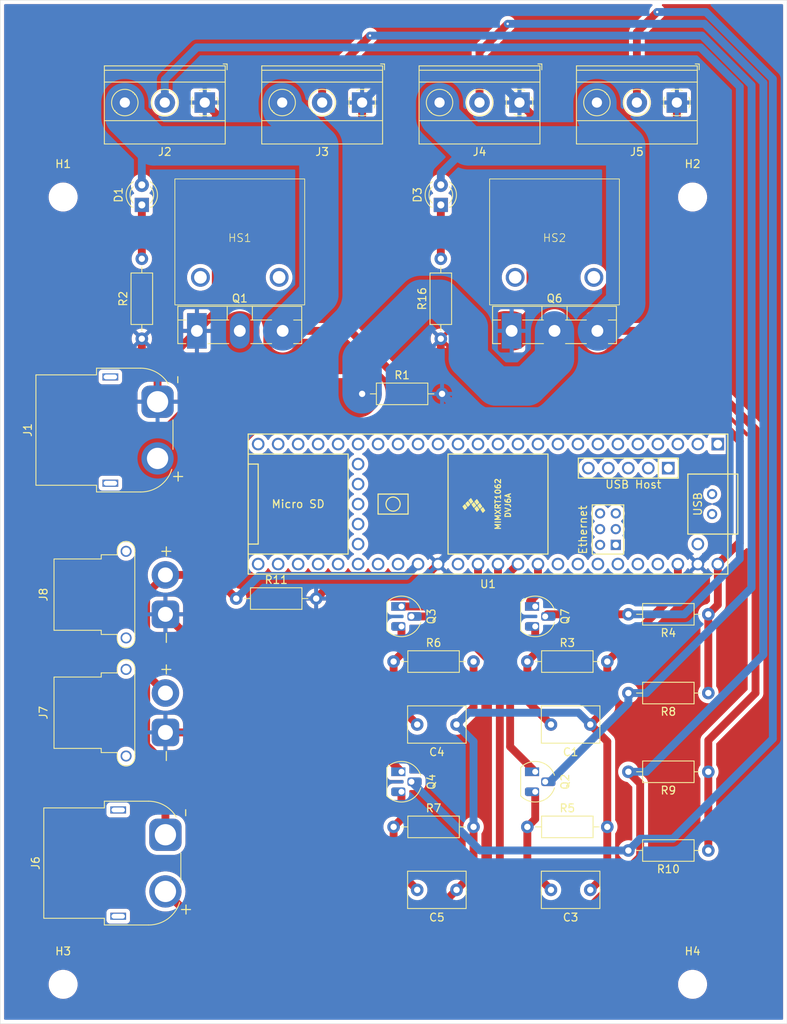
<source format=kicad_pcb>
(kicad_pcb (version 20240108) (generator "pcbnew") (generator_version "8.0")
  (layers (0 "F.Cu" signal) (31 "B.Cu" signal) (34 "B.Paste" user) (35 "F.Paste" user) (36 "B.SilkS" user "B.Silkscreen") (37 "F.SilkS" user "F.Silkscreen") (38 "B.Mask" user) (39 "F.Mask" user) (44 "Edge.Cuts" user))
  (net 0 "")
  (net 1 "Net-(J6-Pin_2)")
  (net 2 "Net-(Q4-B)")
  (net 3 "Net-(J2-Pin_2)")
  (net 4 "Net-(Q2-B)")
  (net 5 "Net-(D1-K)")
  (net 6 "Net-(D1-A)")
  (net 7 "Net-(J1-Pin_2)")
  (net 8 "Net-(J3-Pin_2)")
  (net 9 "Net-(J4-Pin_2)")
  (net 10 "Net-(J5-Pin_2)")
  (net 11 "GND")
  (net 12 "Net-(Q2-E)")
  (net 13 "Net-(Q3-E)")
  (net 14 "Net-(Q4-E)")
  (net 73 "Net-(Q7-B)")
  (net 74 "Net-(Q3-B)")
  (net 75 "Net-(Q7-E)")
  (net 76 "Net-(D3-A)")
  (net 77 "Net-(D3-K)")
  (net 78 "Net-(J6-Pin_1)")
  (footprint "Connector_AMASS:AMASS_XT60PW-F_1x02_P7.20mm_Horizontal" (layer "F.Cu") (at 109 73 90)
    (property "Reference" "J1" (at -3.6 -16.5 90) (layer "F.SilkS"))
    (property "Value" "Conn_Main_DCDC")
    (fp_text user "+" (at -9.5 2.5 90) (layer "F.SilkS") (effects (font (size 1.5 1.5))))
    (fp_text user "-" (at 2.8 2.5 90) (layer "F.SilkS"))
    (pad "" thru_hole rect (at -10.35 -6 90) (size 0.9 2) (drill oval 0.6 1.7) (layers "*.Cu" "*.Mask"))
    (pad "" thru_hole rect (at 3.15 -6 90) (size 0.9 2) (drill oval 0.6 1.7) (layers "*.Cu" "*.Mask"))
    (pad "1" thru_hole roundrect (at 0 0 90) (size 4.1 4.1) (drill 2.7) (layers "*.Cu" "*.Mask") (net 11 "GND"))
    (pad "2" thru_hole circle (at -7.2 0 90) (size 4.1 4.1) (drill 2.7) (layers "*.Cu" "*.Mask") (net 7 "Net-(J1-Pin_2)"))
  )
  (footprint "LED_THT:LED_D3.0mm" (layer "F.Cu") (at 145 48 90)
    (property "Reference" "D3" (at 1.27 -2.96 90) (layer "F.SilkS"))
    (property "Value" "LED")
    (pad "1" thru_hole rect (at 0 0 90) (size 1.8 1.8) (drill 0.9) (layers "*.Cu" "*.Mask") (net 77 "Net-(D3-K)"))
    (pad "2" thru_hole circle (at 2.54 0 90) (size 1.8 1.8) (drill 0.9) (layers "*.Cu" "*.Mask") (net 76 "Net-(D3-A)"))
  )
  (footprint "Connector_AMASS:AMASS_XT30PW-F_1x02_P2.50mm_Horizontal" (layer "F.Cu") (at 110 100 90)
    (property "Reference" "J8" (at 2.5 -15.5 90) (layer "F.SilkS"))
    (property "Value" "EStop_signal1")
    (fp_text user "+" (at 8 0 90) (layer "F.SilkS") (effects (font (size 1.5 1.5))))
    (fp_text user "-" (at -3 0 90) (layer "F.SilkS") (effects (font (size 1.5 1.5))))
    (pad "" thru_hole circle (at -3 -5 180) (size 1.4 1.4) (drill 1) (layers "*.Cu" "*.Mask"))
    (pad "" thru_hole circle (at 8 -5 90) (size 1.4 1.4) (drill 1) (layers "*.Cu" "*.Mask"))
    (pad "1" thru_hole roundrect (at 0 0 90) (size 3.5 3.5) (drill 1.9) (layers "*.Cu" "*.Mask") (roundrect_rratio 0.22) (net 11 "GND"))
    (pad "2" thru_hole circle (at 5 0 90) (size 3.5 3.5) (drill 1.9) (layers "*.Cu" "*.Mask") (net 78 "Net-(J6-Pin_1)"))
  )
  (footprint "Capacitor_THT:C_Rect_L7.2mm_W4.5mm_P5.00mm_FKS2_FKP2_MKS2_MKP2" (layer "F.Cu") (at 147 135 180)
    (property "Reference" "C5" (at 2.5 -3.5 0) (layer "F.SilkS"))
    (property "Value" "0.1u")
    (pad "1" thru_hole circle (at 0 0 180) (size 1.6 1.6) (drill 0.8) (layers "*.Cu" "*.Mask") (net 1 "Net-(J6-Pin_2)"))
    (pad "2" thru_hole circle (at 5 0 180) (size 1.6 1.6) (drill 0.8) (layers "*.Cu" "*.Mask") (net 2 "Net-(Q4-B)"))
  )
  (footprint "Resistor_THT:R_Axial_DIN0207_L6.3mm_D2.5mm_P10.16mm_Horizontal" (layer "F.Cu") (at 156 106)
    (property "Reference" "R3" (at 5.08 -2.37 0) (layer "F.SilkS"))
    (property "Value" "4.7K")
    (pad "1" thru_hole circle (at 0 0) (size 1.6 1.6) (drill 0.8) (layers "*.Cu" "*.Mask") (net 73 "Net-(Q7-B)"))
    (pad "2" thru_hole oval (at 10.16 0) (size 1.6 1.6) (drill 0.8) (layers "*.Cu" "*.Mask") (net 1 "Net-(J6-Pin_2)"))
  )
  (footprint "Resistor_THT:R_Axial_DIN0207_L6.3mm_D2.5mm_P10.16mm_Horizontal" (layer "F.Cu") (at 107 65 90)
    (property "Reference" "R2" (at 5.08 -2.37 90) (layer "F.SilkS"))
    (property "Value" "390")
    (pad "1" thru_hole circle (at 0 0 90) (size 1.6 1.6) (drill 0.8) (layers "*.Cu" "*.Mask") (net 11 "GND"))
    (pad "2" thru_hole oval (at 10.16 0 90) (size 1.6 1.6) (drill 0.8) (layers "*.Cu" "*.Mask") (net 5 "Net-(D1-K)"))
  )
  (footprint "Resistor_THT:R_Axial_DIN0207_L6.3mm_D2.5mm_P10.16mm_Horizontal" (layer "F.Cu") (at 135 72)
    (property "Reference" "R1" (at 5.08 -2.37 0) (layer "F.SilkS"))
    (property "Value" "1K")
    (pad "1" thru_hole circle (at 0 0) (size 1.6 1.6) (drill 0.8) (layers "*.Cu" "*.Mask") (net 7 "Net-(J1-Pin_2)"))
    (pad "2" thru_hole oval (at 10.16 0) (size 1.6 1.6) (drill 0.8) (layers "*.Cu" "*.Mask") (net 11 "GND"))
  )
  (footprint "Resistor_THT:R_Axial_DIN0207_L6.3mm_D2.5mm_P10.16mm_Horizontal" (layer "F.Cu") (at 156 127)
    (property "Reference" "R5" (at 5.08 -2.37 0) (layer "F.SilkS"))
    (property "Value" "4.7K")
    (pad "1" thru_hole circle (at 0 0) (size 1.6 1.6) (drill 0.8) (layers "*.Cu" "*.Mask") (net 4 "Net-(Q2-B)"))
    (pad "2" thru_hole oval (at 10.16 0) (size 1.6 1.6) (drill 0.8) (layers "*.Cu" "*.Mask") (net 1 "Net-(J6-Pin_2)"))
  )
  (footprint "TerminalBlock_Phoenix:TerminalBlock_Phoenix_MKDS-1,5-3-5.08_1x03_P5.08mm_Horizontal" (layer "F.Cu") (at 135 35 180)
    (property "Reference" "J3" (at 5.08 -6.26 0) (layer "F.SilkS"))
    (property "Value" "Conn_neopixel_02")
    (pad "1" thru_hole rect (at 0 0 180) (size 2.6 2.6) (drill 1.3) (layers "*.Cu" "*.Mask") (net 11 "GND"))
    (pad "2" thru_hole circle (at 5.08 0 180) (size 2.6 2.6) (drill 1.3) (layers "*.Cu" "*.Mask") (net 8 "Net-(J3-Pin_2)"))
    (pad "3" thru_hole circle (at 10.16 0 180) (size 2.6 2.6) (drill 1.3) (layers "*.Cu" "*.Mask") (net 6 "Net-(D1-A)"))
  )
  (footprint "Resistor_THT:R_Axial_DIN0207_L6.3mm_D2.5mm_P10.16mm_Horizontal" (layer "F.Cu") (at 139 106)
    (property "Reference" "R6" (at 5.08 -2.37 0) (layer "F.SilkS"))
    (property "Value" "4.7K")
    (pad "1" thru_hole circle (at 0 0) (size 1.6 1.6) (drill 0.8) (layers "*.Cu" "*.Mask") (net 74 "Net-(Q3-B)"))
    (pad "2" thru_hole oval (at 10.16 0) (size 1.6 1.6) (drill 0.8) (layers "*.Cu" "*.Mask") (net 1 "Net-(J6-Pin_2)"))
  )
  (footprint "16PB017-01025:16PB017-01025" (layer "F.Cu") (at 119.45 52.7)
    (property "Reference" "HS1" (at 0 -0.5 0) (layer "F.SilkS") (effects (font (thickness 0.1))))
    (property "Value" "Heatsink")
    (pad "" thru_hole circle (at -5 4.5) (size 2.4 2.4) (drill 1.6) (layers "*.Cu" "*.Mask"))
    (pad "" thru_hole circle (at 5 4.5) (size 2.4 2.4) (drill 1.6) (layers "*.Cu" "*.Mask"))
  )
  (footprint "Package_TO_SOT_THT:TO-92L_HandSolder" (layer "F.Cu") (at 140 99 -90)
    (property "Reference" "Q3" (at 1.27 -3.8 90) (layer "F.SilkS"))
    (property "Value" "NPN")
    (pad "1" thru_hole rect (at 0 0 270) (size 1.1 1.8) (drill 0.75 (offset 0 0.4)) (layers "*.Cu" "*.Mask") (net 13 "Net-(Q3-E)"))
    (pad "2" thru_hole roundrect (at 1.27 -1.27 270) (size 1.1 1.8) (drill 0.75 (offset 0 -0.4)) (layers "*.Cu" "*.Mask") (net 9 "Net-(J4-Pin_2)"))
    (pad "3" thru_hole roundrect (at 2.54 0 270) (size 1.1 1.8) (drill 0.75 (offset 0 0.4)) (layers "*.Cu" "*.Mask") (net 74 "Net-(Q3-B)"))
  )
  (footprint "LED_THT:LED_D3.0mm" (layer "F.Cu") (at 107 48 90)
    (property "Reference" "D1" (at 1.27 -2.96 90) (layer "F.SilkS"))
    (property "Value" "LED")
    (pad "1" thru_hole rect (at 0 0 90) (size 1.8 1.8) (drill 0.9) (layers "*.Cu" "*.Mask") (net 5 "Net-(D1-K)"))
    (pad "2" thru_hole circle (at 2.54 0 90) (size 1.8 1.8) (drill 0.9) (layers "*.Cu" "*.Mask") (net 6 "Net-(D1-A)"))
  )
  (footprint "MountingHole:MountingHole_3.2mm_M3" (layer "F.Cu") (at 177 147)
    (property "Reference" "H4" (at 0 -4.2 0) (layer "F.SilkS"))
    (property "Value" "MountingHole")
    (pad "" np_thru_hole circle (at 0 0) (size 3.2 3.2) (drill 3.2) (layers "*.Cu" "*.Mask"))
  )
  (footprint "Resistor_THT:R_Axial_DIN0207_L6.3mm_D2.5mm_P10.16mm_Horizontal" (layer "F.Cu") (at 145 65 90)
    (property "Reference" "R16" (at 5.08 -2.37 90) (layer "F.SilkS"))
    (property "Value" "390")
    (pad "1" thru_hole circle (at 0 0 90) (size 1.6 1.6) (drill 0.8) (layers "*.Cu" "*.Mask") (net 11 "GND"))
    (pad "2" thru_hole oval (at 10.16 0 90) (size 1.6 1.6) (drill 0.8) (layers "*.Cu" "*.Mask") (net 77 "Net-(D3-K)"))
  )
  (footprint "Package_TO_SOT_THT:TO-92L_HandSolder" (layer "F.Cu") (at 157 99 -90)
    (property "Reference" "Q7" (at 1.27 -3.8 90) (layer "F.SilkS"))
    (property "Value" "NPN")
    (pad "1" thru_hole rect (at 0 0 270) (size 1.1 1.8) (drill 0.75 (offset 0 0.4)) (layers "*.Cu" "*.Mask") (net 75 "Net-(Q7-E)"))
    (pad "2" thru_hole roundrect (at 1.27 -1.27 270) (size 1.1 1.8) (drill 0.75 (offset 0 -0.4)) (layers "*.Cu" "*.Mask") (net 3 "Net-(J2-Pin_2)"))
    (pad "3" thru_hole roundrect (at 2.54 0 270) (size 1.1 1.8) (drill 0.75 (offset 0 0.4)) (layers "*.Cu" "*.Mask") (net 73 "Net-(Q7-B)"))
  )
  (footprint "TerminalBlock_Phoenix:TerminalBlock_Phoenix_MKDS-1,5-3-5.08_1x03_P5.08mm_Horizontal" (layer "F.Cu") (at 175 35 180)
    (property "Reference" "J5" (at 5.08 -6.26 0) (layer "F.SilkS"))
    (property "Value" "Conn_neopixel_04")
    (pad "1" thru_hole rect (at 0 0 180) (size 2.6 2.6) (drill 1.3) (layers "*.Cu" "*.Mask") (net 11 "GND"))
    (pad "2" thru_hole circle (at 5.08 0 180) (size 2.6 2.6) (drill 1.3) (layers "*.Cu" "*.Mask") (net 10 "Net-(J5-Pin_2)"))
    (pad "3" thru_hole circle (at 10.16 0 180) (size 2.6 2.6) (drill 1.3) (layers "*.Cu" "*.Mask") (net 76 "Net-(D3-A)"))
  )
  (footprint "Resistor_THT:R_Axial_DIN0207_L6.3mm_D2.5mm_P10.16mm_Horizontal" (layer "F.Cu") (at 119 98)
    (property "Reference" "R11" (at 5.08 -2.37 0) (layer "F.SilkS"))
    (property "Value" "4.7K")
    (pad "1" thru_hole circle (at 0 0) (size 1.6 1.6) (drill 0.8) (layers "*.Cu" "*.Mask") (net 78 "Net-(J6-Pin_1)"))
    (pad "2" thru_hole oval (at 10.16 0) (size 1.6 1.6) (drill 0.8) (layers "*.Cu" "*.Mask") (net 11 "GND"))
  )
  (footprint "16PB017-01025:16PB017-01025" (layer "F.Cu") (at 159.45 52.7)
    (property "Reference" "HS2" (at 0 -0.5 0) (layer "F.SilkS") (effects (font (thickness 0.1))))
    (property "Value" "Heatsink")
    (pad "" thru_hole circle (at -5 4.5) (size 2.4 2.4) (drill 1.6) (layers "*.Cu" "*.Mask"))
    (pad "" thru_hole circle (at 5 4.5) (size 2.4 2.4) (drill 1.6) (layers "*.Cu" "*.Mask"))
  )
  (footprint "Connector_AMASS:AMASS_XT30PW-F_1x02_P2.50mm_Horizontal" (layer "F.Cu") (at 110 115 90)
    (property "Reference" "J7" (at 2.5 -15.5 90) (layer "F.SilkS"))
    (property "Value" "EStop_signal0")
    (fp_text user "-" (at -3 0 90) (layer "F.SilkS") (effects (font (size 1.5 1.5))))
    (fp_text user "+" (at 8 0 90) (layer "F.SilkS") (effects (font (size 1.5 1.5))))
    (pad "" thru_hole circle (at -3 -5 180) (size 1.4 1.4) (drill 1) (layers "*.Cu" "*.Mask"))
    (pad "" thru_hole circle (at 8 -5 90) (size 1.4 1.4) (drill 1) (layers "*.Cu" "*.Mask"))
    (pad "1" thru_hole roundrect (at 0 0 90) (size 3.5 3.5) (drill 1.9) (layers "*.Cu" "*.Mask") (roundrect_rratio 0.22) (net 11 "GND"))
    (pad "2" thru_hole circle (at 5 0 90) (size 3.5 3.5) (drill 1.9) (layers "*.Cu" "*.Mask") (net 78 "Net-(J6-Pin_1)"))
  )
  (footprint "Package_TO_SOT_THT:TO-92L_HandSolder" (layer "F.Cu") (at 157 120 -90)
    (property "Reference" "Q2" (at 1.27 -3.8 90) (layer "F.SilkS"))
    (property "Value" "NPN")
    (pad "1" thru_hole rect (at 0 0 270) (size 1.1 1.8) (drill 0.75 (offset 0 0.4)) (layers "*.Cu" "*.Mask") (net 12 "Net-(Q2-E)"))
    (pad "2" thru_hole roundrect (at 1.27 -1.27 270) (size 1.1 1.8) (drill 0.75 (offset 0 -0.4)) (layers "*.Cu" "*.Mask") (net 8 "Net-(J3-Pin_2)"))
    (pad "3" thru_hole roundrect (at 2.54 0 270) (size 1.1 1.8) (drill 0.75 (offset 0 0.4)) (layers "*.Cu" "*.Mask") (net 4 "Net-(Q2-B)"))
  )
  (footprint "TerminalBlock_Phoenix:TerminalBlock_Phoenix_MKDS-1,5-3-5.08_1x03_P5.08mm_Horizontal" (layer "F.Cu") (at 115 35 180)
    (property "Reference" "J2" (at 5.08 -6.26 0) (layer "F.SilkS"))
    (property "Value" "Conn_neopixel_01")
    (pad "1" thru_hole rect (at 0 0 180) (size 2.6 2.6) (drill 1.3) (layers "*.Cu" "*.Mask") (net 11 "GND"))
    (pad "2" thru_hole circle (at 5.08 0 180) (size 2.6 2.6) (drill 1.3) (layers "*.Cu" "*.Mask") (net 3 "Net-(J2-Pin_2)"))
    (pad "3" thru_hole circle (at 10.16 0 180) (size 2.6 2.6) (drill 1.3) (layers "*.Cu" "*.Mask") (net 6 "Net-(D1-A)"))
  )
  (footprint "Package_TO_SOT_THT:TO-3P-3_Vertical" (layer "F.Cu") (at 114 64)
    (property "Reference" "Q1" (at 5.45 -4.12 0) (layer "F.SilkS"))
    (property "Value" "2SJ555-E")
    (pad "1" thru_hole rect (at 0 0) (size 2.5 4.5) (drill 1.5) (layers "*.Cu" "*.Mask") (net 11 "GND"))
    (pad "2" thru_hole oval (at 5.45 0) (size 2.5 4.5) (drill 1.5) (layers "*.Cu" "*.Mask") (net 7 "Net-(J1-Pin_2)"))
    (pad "3" thru_hole oval (at 10.9 0) (size 2.5 4.5) (drill 1.5) (layers "*.Cu" "*.Mask") (net 6 "Net-(D1-A)"))
  )
  (footprint "Capacitor_THT:C_Rect_L7.2mm_W4.5mm_P5.00mm_FKS2_FKP2_MKS2_MKP2" (layer "F.Cu") (at 164 114 180)
    (property "Reference" "C1" (at 2.5 -3.5 0) (layer "F.SilkS"))
    (property "Value" "0.1u")
    (pad "1" thru_hole circle (at 0 0 180) (size 1.6 1.6) (drill 0.8) (layers "*.Cu" "*.Mask") (net 1 "Net-(J6-Pin_2)"))
    (pad "2" thru_hole circle (at 5 0 180) (size 1.6 1.6) (drill 0.8) (layers "*.Cu" "*.Mask") (net 73 "Net-(Q7-B)"))
  )
  (footprint "Resistor_THT:R_Axial_DIN0207_L6.3mm_D2.5mm_P10.16mm_Horizontal" (layer "F.Cu") (at 179 110 180)
    (property "Reference" "R8" (at 5.08 -2.37 180) (layer "F.SilkS"))
    (property "Value" "470")
    (pad "1" thru_hole circle (at 0 0 180) (size 1.6 1.6) (drill 0.8) (layers "*.Cu" "*.Mask") (net 6 "Net-(D1-A)"))
    (pad "2" thru_hole oval (at 10.16 0 180) (size 1.6 1.6) (drill 0.8) (layers "*.Cu" "*.Mask") (net 8 "Net-(J3-Pin_2)"))
  )
  (footprint "TerminalBlock_Phoenix:TerminalBlock_Phoenix_MKDS-1,5-3-5.08_1x03_P5.08mm_Horizontal" (layer "F.Cu") (at 155 35 180)
    (property "Reference" "J4" (at 5.08 -6.26 0) (layer "F.SilkS"))
    (property "Value" "Conn_neopixel_03")
    (pad "1" thru_hole rect (at 0 0 180) (size 2.6 2.6) (drill 1.3) (layers "*.Cu" "*.Mask") (net 11 "GND"))
    (pad "2" thru_hole circle (at 5.08 0 180) (size 2.6 2.6) (drill 1.3) (layers "*.Cu" "*.Mask") (net 9 "Net-(J4-Pin_2)"))
    (pad "3" thru_hole circle (at 10.16 0 180) (size 2.6 2.6) (drill 1.3) (layers "*.Cu" "*.Mask") (net 76 "Net-(D3-A)"))
  )
  (footprint "MountingHole:MountingHole_3.2mm_M3" (layer "F.Cu") (at 97 147)
    (property "Reference" "H3" (at 0 -4.2 0) (layer "F.SilkS"))
    (property "Value" "MountingHole")
    (pad "" np_thru_hole circle (at 0 0) (size 3.2 3.2) (drill 3.2) (layers "*.Cu" "*.Mask"))
  )
  (footprint "Package_TO_SOT_THT:TO-3P-3_Vertical" (layer "F.Cu") (at 154 64)
    (property "Reference" "Q6" (at 5.45 -4.12 0) (layer "F.SilkS"))
    (property "Value" "2SJ555-E")
    (pad "1" thru_hole rect (at 0 0) (size 2.5 4.5) (drill 1.5) (layers "*.Cu" "*.Mask") (net 11 "GND"))
    (pad "2" thru_hole oval (at 5.45 0) (size 2.5 4.5) (drill 1.5) (layers "*.Cu" "*.Mask") (net 7 "Net-(J1-Pin_2)"))
    (pad "3" thru_hole oval (at 10.9 0) (size 2.5 4.5) (drill 1.5) (layers "*.Cu" "*.Mask") (net 76 "Net-(D3-A)"))
  )
  (footprint "MountingHole:MountingHole_3.2mm_M3" (layer "F.Cu") (at 177 47)
    (property "Reference" "H2" (at 0 -4.2 0) (layer "F.SilkS"))
    (property "Value" "MountingHole")
    (pad "" np_thru_hole circle (at 0 0) (size 3.2 3.2) (drill 3.2) (layers "*.Cu" "*.Mask"))
  )
  (footprint "Resistor_THT:R_Axial_DIN0207_L6.3mm_D2.5mm_P10.16mm_Horizontal" (layer "F.Cu") (at 179 120 180)
    (property "Reference" "R9" (at 5.08 -2.37 360) (layer "F.SilkS"))
    (property "Value" "470")
    (pad "1" thru_hole circle (at 0 0 180) (size 1.6 1.6) (drill 0.8) (layers "*.Cu" "*.Mask") (net 76 "Net-(D3-A)"))
    (pad "2" thru_hole oval (at 10.16 0 180) (size 1.6 1.6) (drill 0.8) (layers "*.Cu" "*.Mask") (net 9 "Net-(J4-Pin_2)"))
  )
  (footprint "MountingHole:MountingHole_3.2mm_M3" (layer "F.Cu") (at 97 47)
    (property "Reference" "H1" (at 0 -4.2 0) (layer "F.SilkS"))
    (property "Value" "MountingHole")
    (pad "" np_thru_hole circle (at 0 0) (size 3.2 3.2) (drill 3.2) (layers "*.Cu" "*.Mask"))
  )
  (footprint "Capacitor_THT:C_Rect_L7.2mm_W4.5mm_P5.00mm_FKS2_FKP2_MKS2_MKP2" (layer "F.Cu") (at 147 114 180)
    (property "Reference" "C4" (at 2.5 -3.5 0) (layer "F.SilkS"))
    (property "Value" "0.1u")
    (pad "1" thru_hole circle (at 0 0 180) (size 1.6 1.6) (drill 0.8) (layers "*.Cu" "*.Mask") (net 1 "Net-(J6-Pin_2)"))
    (pad "2" thru_hole circle (at 5 0 180) (size 1.6 1.6) (drill 0.8) (layers "*.Cu" "*.Mask") (net 74 "Net-(Q3-B)"))
  )
  (footprint "Resistor_THT:R_Axial_DIN0207_L6.3mm_D2.5mm_P10.16mm_Horizontal" (layer "F.Cu") (at 139 127)
    (property "Reference" "R7" (at 5.08 -2.37 0) (layer "F.SilkS"))
    (property "Value" "4.7K")
    (pad "1" thru_hole circle (at 0 0) (size 1.6 1.6) (drill 0.8) (layers "*.Cu" "*.Mask") (net 2 "Net-(Q4-B)"))
    (pad "2" thru_hole oval (at 10.16 0) (size 1.6 1.6) (drill 0.8) (layers "*.Cu" "*.Mask") (net 1 "Net-(J6-Pin_2)"))
  )
  (footprint "Connector_AMASS:AMASS_XT60PW-F_1x02_P7.20mm_Horizontal" (layer "F.Cu") (at 110 128 90)
    (property "Reference" "J6" (at -3.6 -16.5 90) (layer "F.SilkS"))
    (property "Value" "EStop_button")
    (fp_text user "+" (at -9.5 2.5 90) (layer "F.SilkS") (effects (font (size 1.5 1.5))))
    (fp_text user "-" (at 2.8 2.5 90) (layer "F.SilkS"))
    (pad "" thru_hole rect (at -10.35 -6 90) (size 0.9 2) (drill oval 0.6 1.7) (layers "*.Cu" "*.Mask"))
    (pad "" thru_hole rect (at 3.15 -6 90) (size 0.9 2) (drill oval 0.6 1.7) (layers "*.Cu" "*.Mask"))
    (pad "1" thru_hole roundrect (at 0 0 90) (size 4.1 4.1) (drill 2.7) (layers "*.Cu" "*.Mask") (net 78 "Net-(J6-Pin_1)"))
    (pad "2" thru_hole circle (at -7.2 0 90) (size 4.1 4.1) (drill 2.7) (layers "*.Cu" "*.Mask") (net 1 "Net-(J6-Pin_2)"))
  )
  (footprint "Package_TO_SOT_THT:TO-92L_HandSolder" (layer "F.Cu") (at 140 120 -90)
    (property "Reference" "Q4" (at 1.27 -3.8 90) (layer "F.SilkS"))
    (property "Value" "NPN")
    (pad "1" thru_hole rect (at 0 0 270) (size 1.1 1.8) (drill 0.75 (offset 0 0.4)) (layers "*.Cu" "*.Mask") (net 14 "Net-(Q4-E)"))
    (pad "2" thru_hole roundrect (at 1.27 -1.27 270) (size 1.1 1.8) (drill 0.75 (offset 0 -0.4)) (layers "*.Cu" "*.Mask") (net 10 "Net-(J5-Pin_2)"))
    (pad "3" thru_hole roundrect (at 2.54 0 270) (size 1.1 1.8) (drill 0.75 (offset 0 0.4)) (layers "*.Cu" "*.Mask") (net 2 "Net-(Q4-B)"))
  )
  (footprint "Teensy:Teensy41" (layer "F.Cu") (at 151 86 180)
    (property "Reference" "U1" (at 0 -10.16 0) (layer "F.SilkS"))
    (property "Value" "Teensy4.1")
    (fp_text user "Micro SD" (at 24.13 0 0) (layer "F.SilkS"))
    (fp_text user "USB Host" (at -18.4658 2.4892 0) (layer "F.SilkS"))
    (fp_text user "USB" (at -26.67 0 90) (layer "F.SilkS"))
    (fp_text user "Ethernet" (at -12.065 -3.2766 90) (layer "F.SilkS"))
    (fp_text user "DVJ6A" (at -2.54 -0.18 90) (layer "F.SilkS") (effects (font (size 0.7 0.7))))
    (fp_text user "MIMXRT1062" (at -1.27 0 90) (layer "F.SilkS") (effects (font (size 0.7 0.7))))
    (pad "1" thru_hole rect (at -29.21 7.62 180) (size 1.6 1.6) (drill 1.1) (layers "*.Cu" "*.Mask"))
    (pad "2" thru_hole circle (at -26.67 7.62 180) (size 1.6 1.6) (drill 1.1) (layers "*.Cu" "*.Mask"))
    (pad "3" thru_hole circle (at -24.13 7.62 180) (size 1.6 1.6) (drill 1.1) (layers "*.Cu" "*.Mask"))
    (pad "4" thru_hole circle (at -21.59 7.62 180) (size 1.6 1.6) (drill 1.1) (layers "*.Cu" "*.Mask"))
    (pad "5" thru_hole circle (at -19.05 7.62 180) (size 1.6 1.6) (drill 1.1) (layers "*.Cu" "*.Mask"))
    (pad "6" thru_hole circle (at -16.51 7.62 180) (size 1.6 1.6) (drill 1.1) (layers "*.Cu" "*.Mask"))
    (pad "7" thru_hole circle (at -13.97 7.62 180) (size 1.6 1.6) (drill 1.1) (layers "*.Cu" "*.Mask"))
    (pad "8" thru_hole circle (at -11.43 7.62 180) (size 1.6 1.6) (drill 1.1) (layers "*.Cu" "*.Mask"))
    (pad "9" thru_hole circle (at -8.89 7.62 180) (size 1.6 1.6) (drill 1.1) (layers "*.Cu" "*.Mask"))
    (pad "10" thru_hole circle (at -6.35 7.62 180) (size 1.6 1.6) (drill 1.1) (layers "*.Cu" "*.Mask"))
    (pad "11" thru_hole circle (at -3.81 7.62 180) (size 1.6 1.6) (drill 1.1) (layers "*.Cu" "*.Mask"))
    (pad "12" thru_hole circle (at -1.27 7.62 180) (size 1.6 1.6) (drill 1.1) (layers "*.Cu" "*.Mask"))
    (pad "13" thru_hole circle (at 1.27 7.62 180) (size 1.6 1.6) (drill 1.1) (layers "*.Cu" "*.Mask"))
    (pad "14" thru_hole circle (at 3.81 7.62 180) (size 1.6 1.6) (drill 1.1) (layers "*.Cu" "*.Mask"))
    (pad "15" thru_hole circle (at 6.35 7.62 180) (size 1.6 1.6) (drill 1.1) (layers "*.Cu" "*.Mask"))
    (pad "16" thru_hole circle (at 8.89 7.62 180) (size 1.6 1.6) (drill 1.1) (layers "*.Cu" "*.Mask"))
    (pad "17" thru_hole circle (at 11.43 7.62 180) (size 1.6 1.6) (drill 1.1) (layers "*.Cu" "*.Mask"))
    (pad "18" thru_hole circle (at 13.97 7.62 180) (size 1.6 1.6) (drill 1.1) (layers "*.Cu" "*.Mask"))
    (pad "19" thru_hole circle (at 16.51 7.62 180) (size 1.6 1.6) (drill 1.1) (layers "*.Cu" "*.Mask"))
    (pad "20" thru_hole circle (at 19.05 7.62 180) (size 1.6 1.6) (drill 1.1) (layers "*.Cu" "*.Mask"))
    (pad "21" thru_hole circle (at 21.59 7.62 180) (size 1.6 1.6) (drill 1.1) (layers "*.Cu" "*.Mask"))
    (pad "22" thru_hole circle (at 24.13 7.62 180) (size 1.6 1.6) (drill 1.1) (layers "*.Cu" "*.Mask"))
    (pad "23" thru_hole circle (at 26.67 7.62 180) (size 1.6 1.6) (drill 1.1) (layers "*.Cu" "*.Mask"))
    (pad "24" thru_hole circle (at 29.21 7.62 180) (size 1.6 1.6) (drill 1.1) (layers "*.Cu" "*.Mask"))
    (pad "25" thru_hole circle (at 29.21 -7.62 180) (size 1.6 1.6) (drill 1.1) (layers "*.Cu" "*.Mask"))
    (pad "26" thru_hole circle (at 26.67 -7.62 180) (size 1.6 1.6) (drill 1.1) (layers "*.Cu" "*.Mask"))
    (pad "27" thru_hole circle (at 24.13 -7.62 180) (size 1.6 1.6) (drill 1.1) (layers "*.Cu" "*.Mask"))
    (pad "28" thru_hole circle (at 21.59 -7.62 180) (size 1.6 1.6) (drill 1.1) (layers "*.Cu" "*.Mask"))
    (pad "29" thru_hole circle (at 19.05 -7.62 180) (size 1.6 1.6) (drill 1.1) (layers "*.Cu" "*.Mask"))
    (pad "30" thru_hole circle (at 16.51 -7.62 180) (size 1.6 1.6) (drill 1.1) (layers "*.Cu" "*.Mask"))
    (pad "31" thru_hole circle (at 13.97 -7.62 180) (size 1.6 1.6) (drill 1.1) (layers "*.Cu" "*.Mask"))
    (pad "32" thru_hole circle (at 11.43 -7.62 180) (size 1.6 1.6) (drill 1.1) (layers "*.Cu" "*.Mask"))
    (pad "33" thru_hole circle (at 8.89 -7.62 180) (size 1.6 1.6) (drill 1.1) (layers "*.Cu" "*.Mask") (net 78 "Net-(J6-Pin_1)"))
    (pad "34" thru_hole circle (at 6.35 -7.62 180) (size 1.6 1.6) (drill 1.1) (layers "*.Cu" "*.Mask") (net 11 "GND"))
    (pad "35" thru_hole circle (at 3.81 -7.62 180) (size 1.6 1.6) (drill 1.1) (layers "*.Cu" "*.Mask"))
    (pad "36" thru_hole circle (at 1.27 -7.62 180) (size 1.6 1.6) (drill 1.1) (layers "*.Cu" "*.Mask") (net 14 "Net-(Q4-E)"))
    (pad "37" thru_hole circle (at -1.27 -7.62 180) (size 1.6 1.6) (drill 1.1) (layers "*.Cu" "*.Mask") (net 13 "Net-(Q3-E)"))
    (pad "38" thru_hole circle (at -3.81 -7.62 180) (size 1.6 1.6) (drill 1.1) (layers "*.Cu" "*.Mask") (net 12 "Net-(Q2-E)"))
    (pad "39" thru_hole circle (at -6.35 -7.62 180) (size 1.6 1.6) (drill 1.1) (layers "*.Cu" "*.Mask") (net 75 "Net-(Q7-E)"))
    (pad "40" thru_hole circle (at -8.89 -7.62 180) (size 1.6 1.6) (drill 1.1) (layers "*.Cu" "*.Mask"))
    (pad "41" thru_hole circle (at -11.43 -7.62 180) (size 1.6 1.6) (drill 1.1) (layers "*.Cu" "*.Mask"))
    (pad "42" thru_hole circle (at -13.97 -7.62 180) (size 1.6 1.6) (drill 1.1) (layers "*.Cu" "*.Mask"))
    (pad "43" thru_hole circle (at -16.51 -7.62 180) (size 1.6 1.6) (drill 1.1) (layers "*.Cu" "*.Mask"))
    (pad "44" thru_hole circle (at -19.05 -7.62 180) (size 1.6 1.6) (drill 1.1) (layers "*.Cu" "*.Mask"))
    (pad "45" thru_hole circle (at -21.59 -7.62 180) (size 1.6 1.6) (drill 1.1) (layers "*.Cu" "*.Mask"))
    (pad "46" thru_hole circle (at -24.13 -7.62 180) (size 1.6 1.6) (drill 1.1) (layers "*.Cu" "*.Mask") (net 1 "Net-(J6-Pin_2)"))
    (pad "47" thru_hole circle (at -26.67 -7.62 180) (size 1.6 1.6) (drill 1.1) (layers "*.Cu" "*.Mask") (net 11 "GND"))
    (pad "48" thru_hole circle (at -29.21 -7.62 180) (size 1.6 1.6) (drill 1.1) (layers "*.Cu" "*.Mask") (net 6 "Net-(D1-A)"))
    (pad "49" thru_hole circle (at -26.67 -5.08 180) (size 1.6 1.6) (drill 1.1) (layers "*.Cu" "*.Mask"))
    (pad "50" thru_hole circle (at 16.51 5.08 180) (size 1.6 1.6) (drill 1.1) (layers "*.Cu" "*.Mask"))
    (pad "51" thru_hole circle (at 16.51 2.54 180) (size 1.6 1.6) (drill 1.1) (layers "*.Cu" "*.Mask"))
    (pad "52" thru_hole circle (at 16.51 0 180) (size 1.6 1.6) (drill 1.1) (layers "*.Cu" "*.Mask"))
    (pad "53" thru_hole circle (at 16.51 -2.54 180) (size 1.6 1.6) (drill 1.1) (layers "*.Cu" "*.Mask"))
    (pad "54" thru_hole circle (at 16.51 -5.08 180) (size 1.6 1.6) (drill 1.1) (layers "*.Cu" "*.Mask"))
    (pad "55" thru_hole rect (at -22.9108 4.5692 180) (size 1.6 1.6) (drill 1.1) (layers "*.Cu" "*.Mask"))
    (pad "56" thru_hole circle (at -20.3708 4.5692 180) (size 1.6 1.6) (drill 1.1) (layers "*.Cu" "*.Mask"))
    (pad "57" thru_hole circle (at -17.8308 4.5692 180) (size 1.6 1.6) (drill 1.1) (layers "*.Cu" "*.Mask"))
    (pad "58" thru_hole circle (at -15.2908 4.5692 180) (size 1.6 1.6) (drill 1.1) (layers "*.Cu" "*.Mask"))
    (pad "59" thru_hole circle (at -12.7508 4.5692 180) (size 1.6 1.6) (drill 1.1) (layers "*.Cu" "*.Mask"))
    (pad "60" thru_hole rect (at -16.24 -5.1816 180) (size 1.3 1.3) (drill 0.8) (layers "*.Cu" "*.Mask"))
    (pad "61" thru_hole circle (at -16.24 -3.1816 180) (size 1.3 1.3) (drill 0.8) (layers "*.Cu" "*.Mask"))
    (pad "62" thru_hole circle (at -16.24 -1.1816 180) (size 1.3 1.3) (drill 0.8) (layers "*.Cu" "*.Mask"))
    (pad "63" thru_hole circle (at -14.24 -1.1816 180) (size 1.3 1.3) (drill 0.8) (layers "*.Cu" "*.Mask"))
    (pad "64" thru_hole circle (at -14.24 -3.1816 180) (size 1.3 1.3) (drill 0.8) (layers "*.Cu" "*.Mask"))
    (pad "65" thru_hole circle (at -14.24 -5.1816 180) (size 1.3 1.3) (drill 0.8) (layers "*.Cu" "*.Mask"))
    (pad "66" thru_hole circle (at -28.48 -1.27 180) (size 1.3 1.3) (drill 0.8) (layers "*.Cu" "*.Mask"))
    (pad "67" thru_hole circle (at -28.48 1.27 180) (size 1.3 1.3) (drill 0.8) (layers "*.Cu" "*.Mask"))
  )
  (footprint "Capacitor_THT:C_Rect_L7.2mm_W4.5mm_P5.00mm_FKS2_FKP2_MKS2_MKP2" (layer "F.Cu") (at 164 135 180)
    (property "Reference" "C3" (at 2.5 -3.5 0) (layer "F.SilkS"))
    (property "Value" "0.1u")
    (pad "1" thru_hole circle (at 0 0 180) (size 1.6 1.6) (drill 0.8) (layers "*.Cu" "*.Mask") (net 1 "Net-(J6-Pin_2)"))
    (pad "2" thru_hole circle (at 5 0 180) (size 1.6 1.6) (drill 0.8) (layers "*.Cu" "*.Mask") (net 4 "Net-(Q2-B)"))
  )
  (footprint "Resistor_THT:R_Axial_DIN0207_L6.3mm_D2.5mm_P10.16mm_Horizontal" (layer "F.Cu") (at 179 130 180)
    (property "Reference" "R10" (at 5.08 -2.37 360) (layer "F.SilkS"))
    (property "Value" "470")
    (pad "1" thru_hole circle (at 0 0 180) (size 1.6 1.6) (drill 0.8) (layers "*.Cu" "*.Mask") (net 76 "Net-(D3-A)"))
    (pad "2" thru_hole oval (at 10.16 0 180) (size 1.6 1.6) (drill 0.8) (layers "*.Cu" "*.Mask") (net 10 "Net-(J5-Pin_2)"))
  )
  (footprint "Resistor_THT:R_Axial_DIN0207_L6.3mm_D2.5mm_P10.16mm_Horizontal" (layer "F.Cu") (at 179 100 180)
    (property "Reference" "R4" (at 5.08 -2.37 180) (layer "F.SilkS"))
    (property "Value" "470")
    (pad "1" thru_hole circle (at 0 0 180) (size 1.6 1.6) (drill 0.8) (layers "*.Cu" "*.Mask") (net 6 "Net-(D1-A)"))
    (pad "2" thru_hole oval (at 10.16 0 180) (size 1.6 1.6) (drill 0.8) (layers "*.Cu" "*.Mask") (net 3 "Net-(J2-Pin_2)"))
  )
  (gr_rect (start 89 22) (end 189 152) (stroke (width 0.05)) (fill none) (layer "Edge.Cuts"))
  (segment (start 149.16 127) (end 149.16 132.84) (width 1) (layer "F.Cu") (net 1))
  (segment (start 166.16 132.84) (end 164 135) (width 1) (layer "F.Cu") (net 1))
  (segment (start 166.16 116.16) (end 164 114) (width 1) (layer "F.Cu") (net 1))
  (segment (start 166.16 127) (end 166.16 116.16) (width 1) (layer "F.Cu") (net 1))
  (segment (start 112.049999 137.249999) (end 110 135.2) (width 1) (layer "F.Cu") (net 1))
  (segment (start 166.16 111.84) (end 164 114) (width 1) (layer "F.Cu") (net 1))
  (segment (start 149.16 132.84) (end 147 135) (width 1) (layer "F.Cu") (net 1))
  (segment (start 149.16 106) (end 149.16 111.84) (width 1) (layer "F.Cu") (net 1))
  (segment (start 149.16 111.84) (end 147 114) (width 1) (layer "F.Cu") (net 1))
  (segment (start 147 135) (end 144.750001 137.249999) (width 1) (layer "F.Cu") (net 1))
  (segment (start 175.13 93.62) (end 175.13 97.03) (width 1) (layer "F.Cu") (net 1))
  (segment (start 166.16 106) (end 166.16 111.84) (width 1) (layer "F.Cu") (net 1))
  (segment (start 175.13 97.03) (end 166.16 106) (width 1) (layer "F.Cu") (net 1))
  (segment (start 144.750001 137.249999) (end 112.049999 137.249999) (width 1) (layer "F.Cu") (net 1))
  (segment (start 166.16 127) (end 166.16 132.84) (width 1) (layer "F.Cu") (net 1))
  (segment (start 149.16 127) (end 149.16 116.16) (width 1) (layer "B.Cu") (net 1))
  (segment (start 162.5 112.5) (end 164 114) (width 1) (layer "B.Cu") (net 1))
  (segment (start 147 114) (end 148.5 112.5) (width 1) (layer "B.Cu") (net 1))
  (segment (start 148.5 112.5) (end 162.5 112.5) (width 1) (layer "B.Cu") (net 1))
  (segment (start 149.16 116.16) (end 147 114) (width 1) (layer "B.Cu") (net 1))
  (segment (start 140 122.54) (end 140 126) (width 1) (layer "F.Cu") (net 2))
  (segment (start 139 127) (end 139 132) (width 1) (layer "F.Cu") (net 2))
  (segment (start 139 132) (end 142 135) (width 1) (layer "F.Cu") (net 2))
  (segment (start 140 126) (end 139 127) (width 1) (layer "F.Cu") (net 2))
  (segment (start 158.54 100) (end 168.84 100) (width 1) (layer "F.Cu") (net 3))
  (segment (start 158.27 100.27) (end 158.54 100) (width 1) (layer "F.Cu") (net 3))
  (segment (start 175.951321 100) (end 168.84 100) (width 1) (layer "B.Cu") (net 3))
  (segment (start 183 92.951321) (end 175.951321 100) (width 1) (layer "B.Cu") (net 3))
  (segment (start 109.92 32.08) (end 114 28) (width 1) (layer "B.Cu") (net 3))
  (segment (start 183 33) (end 183 92.951321) (width 1) (layer "B.Cu") (net 3))
  (segment (start 114 28) (end 178 28) (width 1) (layer "B.Cu") (net 3))
  (segment (start 109.92 35) (end 109.92 32.08) (width 1) (layer "B.Cu") (net 3))
  (segment (start 178 28) (end 183 33) (width 1) (layer "B.Cu") (net 3))
  (segment (start 157 122.54) (end 157 126) (width 1) (layer "F.Cu") (net 4))
  (segment (start 157 126) (end 156 127) (width 1) (layer "F.Cu") (net 4))
  (segment (start 156 132) (end 159 135) (width 1) (layer "F.Cu") (net 4))
  (segment (start 156 127) (end 156 132) (width 1) (layer "F.Cu") (net 4))
  (segment (start 107 48) (end 107 54.84) (width 1) (layer "F.Cu") (net 5))
  (segment (start 183 78) (end 180.5 75.5) (width 1) (layer "F.Cu") (net 6))
  (segment (start 182.83 91) (end 183 91) (width 1) (layer "F.Cu") (net 6))
  (segment (start 140 70.5) (end 133.5 64) (width 1) (layer "F.Cu") (net 6))
  (segment (start 133.5 64) (end 124.9 64) (width 1) (layer "F.Cu") (net 6))
  (segment (start 143 75.5) (end 140 72.5) (width 1) (layer "F.Cu") (net 6))
  (segment (start 183 91) (end 183 78) (width 1) (layer "F.Cu") (net 6))
  (segment (start 140 72.5) (end 140 70.5) (width 1) (layer "F.Cu") (net 6))
  (segment (start 180.21 98.79) (end 179 100) (width 1) (layer "F.Cu") (net 6))
  (segment (start 180.5 75.5) (end 143 75.5) (width 1) (layer "F.Cu") (net 6))
  (segment (start 180.21 93.62) (end 182.83 91) (width 1) (layer "F.Cu") (net 6))
  (segment (start 180.21 93.62) (end 180.21 98.79) (width 1) (layer "F.Cu") (net 6))
  (segment (start 179 100) (end 179 110) (width 1) (layer "F.Cu") (net 6))
  (segment (start 108.501523 40.5) (end 129.5 40.5) (width 5) (layer "B.Cu") (net 6))
  (segment (start 129.5 59.4) (end 129.5 40.5) (width 5) (layer "B.Cu") (net 6))
  (segment (start 107 42.001523) (end 108.501523 40.5) (width 1) (layer "B.Cu") (net 6))
  (segment (start 129.5 40.5) (end 124.84 35.84) (width 5) (layer "B.Cu") (net 6))
  (segment (start 124.84 35.84) (end 124.84 35) (width 5) (layer "B.Cu") (net 6))
  (segment (start 107 45.46) (end 107 42.001523) (width 1) (layer "B.Cu") (net 6))
  (segment (start 124.9 64) (end 129.5 59.4) (width 5) (layer "B.Cu") (net 6))
  (segment (start 104.84 36.838477) (end 108.501523 40.5) (width 5) (layer "B.Cu") (net 6))
  (segment (start 104.84 35) (end 104.84 36.838477) (width 5) (layer "B.Cu") (net 6))
  (segment (start 109 80.2) (end 111.953388 80.2) (width 9) (layer "F.Cu") (net 7))
  (segment (start 111.953388 80.2) (end 119.5 72.653388) (width 9) (layer "F.Cu") (net 7))
  (segment (start 119.5 72.5) (end 134.5 72.5) (width 5) (layer "F.Cu") (net 7))
  (segment (start 119.45 64) (end 119.45 72.45) (width 5) (layer "F.Cu") (net 7))
  (segment (start 134.5 72.5) (end 135 72) (width 5) (layer "F.Cu") (net 7))
  (segment (start 119.45 72.45) (end 119.5 72.5) (width 5) (layer "F.Cu") (net 7))
  (segment (start 119.5 72.653388) (end 119.5 72.5) (width 9) (layer "F.Cu") (net 7))
  (segment (start 142.5 60) (end 135 67.5) (width 5) (layer "B.Cu") (net 7))
  (segment (start 159.45 64) (end 159.45 67.55) (width 5) (layer "B.Cu") (net 7))
  (segment (start 152 71) (end 148.5 67.5) (width 5) (layer "B.Cu") (net 7))
  (segment (start 135 67.5) (end 135 72) (width 5) (layer "B.Cu") (net 7))
  (segment (start 148.5 67.5) (end 148.5 63.550252) (width 5) (layer "B.Cu") (net 7))
  (segment (start 148.5 63.550252) (end 144.949748 60) (width 5) (layer "B.Cu") (net 7))
  (segment (start 156 71) (end 152 71) (width 5) (layer "B.Cu") (net 7))
  (segment (start 159.45 67.55) (end 156 71) (width 5) (layer "B.Cu") (net 7))
  (segment (start 144.949748 60) (end 142.5 60) (width 5) (layer "B.Cu") (net 7))
  (segment (start 129.92 32.58) (end 136 26.5) (width 1) (layer "F.Cu") (net 8))
  (segment (start 129.92 35) (end 129.92 32.58) (width 1) (layer "F.Cu") (net 8))
  (via (at 136 26.5) (size 0.6) (drill 0.3) (layers "F.Cu" "B.Cu") (net 8))
  (segment (start 168.84 111.281321) (end 168.84 110) (width 1) (layer "B.Cu") (net 8))
  (segment (start 158.27 121.27) (end 158.851321 121.27) (width 1) (layer "B.Cu") (net 8))
  (segment (start 178.197056 26.5) (end 184.5 32.802944) (width 1) (layer "B.Cu") (net 8))
  (segment (start 158.851321 121.27) (end 168.84 111.281321) (width 1) (layer "B.Cu") (net 8))
  (segment (start 136 26.5) (end 178.197056 26.5) (width 1) (layer "B.Cu") (net 8))
  (segment (start 168.84 110) (end 171.121321 110) (width 1) (layer "B.Cu") (net 8))
  (segment (start 184.5 32.802944) (end 184.5 96.621321) (width 1) (layer "B.Cu") (net 8))
  (segment (start 171.121321 110) (end 184.5 96.621321) (width 1) (layer "B.Cu") (net 8))
  (segment (start 152.5 107.218679) (end 152.5 136) (width 1) (layer "F.Cu") (net 9))
  (segment (start 168.84 120) (end 170.34 121.5) (width 1) (layer "F.Cu") (net 9))
  (segment (start 141.27 100.27) (end 145.551321 100.27) (width 1) (layer "F.Cu") (net 9))
  (segment (start 149.92 28.58) (end 153.5 25) (width 1) (layer "F.Cu") (net 9))
  (segment (start 170.34 130.781321) (end 164.121321 137) (width 1) (layer "F.Cu") (net 9))
  (segment (start 170.34 121.5) (end 170.34 130.781321) (width 1) (layer "F.Cu") (net 9))
  (segment (start 164.121321 137) (end 153.5 137) (width 1) (layer "F.Cu") (net 9))
  (segment (start 149.92 35) (end 149.92 28.58) (width 1) (layer "F.Cu") (net 9))
  (segment (start 145.551321 100.27) (end 152.5 107.218679) (width 1) (layer "F.Cu") (net 9))
  (segment (start 153.5 137) (end 152.5 136) (width 1) (layer "F.Cu") (net 9))
  (via (at 153.5 25) (size 0.6) (drill 0.3) (layers "F.Cu" "B.Cu") (net 9))
  (segment (start 153.5 25) (end 178.5 25) (width 1) (layer "B.Cu") (net 9))
  (segment (start 168.84 120) (end 171.121321 120) (width 1) (layer "B.Cu") (net 9))
  (segment (start 186 32.5) (end 186 105.121321) (width 1) (layer "B.Cu") (net 9))
  (segment (start 171.121321 120) (end 186 105.121321) (width 1) (layer "B.Cu") (net 9))
  (segment (start 178.5 25) (end 186 32.5) (width 1) (layer "B.Cu") (net 9))
  (segment (start 169.92 35) (end 169.92 26.08) (width 1) (layer "F.Cu") (net 10))
  (segment (start 169.92 26.08) (end 172.5 23.5) (width 1) (layer "F.Cu") (net 10))
  (via (at 172.5 23.5) (size 0.6) (drill 0.3) (layers "F.Cu" "B.Cu") (net 10))
  (segment (start 178.697056 23.5) (end 187.2 32.002944) (width 1) (layer "B.Cu") (net 10))
  (segment (start 150 130) (end 141.27 121.27) (width 1) (layer "B.Cu") (net 10))
  (segment (start 172.5 23.5) (end 178.697056 23.5) (width 1) (layer "B.Cu") (net 10))
  (segment (start 174.5 128.5) (end 187.2 115.8) (width 1) (layer "B.Cu") (net 10))
  (segment (start 170.34 128.5) (end 174.5 128.5) (width 1) (layer "B.Cu") (net 10))
  (segment (start 168.84 130) (end 150 130) (width 1) (layer "B.Cu") (net 10))
  (segment (start 187.2 32.002944) (end 187.2 115.8) (width 1) (layer "B.Cu") (net 10))
  (segment (start 168.84 130) (end 170.34 128.5) (width 1) (layer "B.Cu") (net 10))
  (segment (start 110 115) (end 113.5 115) (width 1) (layer "F.Cu") (net 11))
  (segment (start 115.5 113) (end 115.5 104) (width 1) (layer "F.Cu") (net 11))
  (segment (start 107 65) (end 107 67) (width 1) (layer "F.Cu") (net 11))
  (segment (start 134.16 97.89) (end 135.5 96.55) (width 1) (layer "F.Cu") (net 11))
  (segment (start 107 67) (end 109 69) (width 1) (layer "F.Cu") (net 11))
  (segment (start 156.4 61.6) (end 154 64) (width 1) (layer "F.Cu") (net 11))
  (segment (start 135 43) (end 135 35) (width 1) (layer "F.Cu") (net 11))
  (segment (start 153.16 64) (end 145.16 72) (width 5) (layer "F.Cu") (net 11))
  (segment (start 129.16 98) (end 130.61 96.55) (width 1) (layer "F.Cu") (net 11))
  (segment (start 109 73) (end 109 69) (width 1) (layer "F.Cu") (net 11))
  (segment (start 116.4 61.6) (end 135 43) (width 1) (layer "F.Cu") (net 11))
  (segment (start 156.4 36.4) (end 156.4 61.6) (width 1) (layer "F.Cu") (net 11))
  (segment (start 145 71.84) (end 145.16 72) (width 1) (layer "F.Cu") (net 11))
  (segment (start 141.72 96.55) (end 144.65 93.62) (width 1) (layer "F.Cu") (net 11))
  (segment (start 155 35) (end 156.4 36.4) (width 1) (layer "F.Cu") (net 11))
  (segment (start 113.5 115) (end 115.5 113) (width 1) (layer "F.Cu") (net 11))
  (segment (start 117.5 102) (end 132.5 102) (width 1) (layer "F.Cu") (net 11))
  (segment (start 130.61 96.55) (end 135.5 96.55) (width 1) (layer "F.Cu") (net 11))
  (segment (start 175 35) (end 175 43) (width 1) (layer "F.Cu") (net 11))
  (segment (start 109 69) (end 114 64) (width 1) (layer "F.Cu") (net 11))
  (segment (start 117.5 102) (end 112 102) (width 1) (layer "F.Cu") (net 11))
  (segment (start 135.5 96.55) (end 141.72 96.55) (width 1) (layer "F.Cu") (net 11))
  (segment (start 154 64) (end 153.16 64) (width 5) (layer "F.Cu") (net 11))
  (segment (start 145 65) (end 145 71.84) (width 1) (layer "F.Cu") (net 11))
  (segment (start 116.4 61.6) (end 114 64) (width 1) (layer "F.Cu") (net 11))
  (segment (start 115 35) (end 116.4 36.4) (width 1) (layer "F.Cu") (net 11))
  (segment (start 116.4 36.4) (end 116.4 61.6) (width 1) (layer "F.Cu") (net 11))
  (segment (start 175 43) (end 154 64) (width 1) (layer "F.Cu") (net 11))
  (segment (start 112 102) (end 110 100) (width 1) (layer "F.Cu") (net 11))
  (segment (start 132.5 102) (end 134.16 100.34) (width 1) (layer "F.Cu") (net 11))
  (segment (start 134.16 100.34) (end 134.16 97.89) (width 1) (layer "F.Cu") (net 11))
  (segment (start 115.5 104) (end 117.5 102) (width 1) (layer "F.Cu") (net 11))
  (segment (start 181.71 80.5) (end 181.71 89.58) (width 1) (layer "B.Cu") (net 11))
  (segment (start 181.71 89.58) (end 177.67 93.62) (width 1) (layer "B.Cu") (net 11))
  (segment (start 144.65 93.62) (end 154.77 83.5) (width 1) (layer "B.Cu") (net 11))
  (segment (start 155 35) (end 151.8 31.8) (width 1) (layer "B.Cu") (net 11))
  (segment (start 181.71 76.88) (end 181.71 80.5) (width 1) (layer "B.Cu") (net 11))
  (segment (start 145.16 72) (end 147.36 74.2) (width 1) (layer "B.Cu") (net 11))
  (segment (start 178.71 83.5) (end 181.71 80.5) (width 1) (layer "B.Cu") (net 11))
  (segment (start 154.77 83.5) (end 178.71 83.5) (width 1) (layer "B.Cu") (net 11))
  (segment (start 151.8 31.8) (end 138.2 31.8) (width 1) (layer "B.Cu") (net 11))
  (segment (start 138.2 31.8) (end 135 35) (width 1) (layer "B.Cu") (net 11))
  (segment (start 179.03 74.2) (end 181.71 76.88) (width 1) (layer "B.Cu") (net 11))
  (segment (start 147.36 74.2) (end 179.03 74.2) (width 1) (layer "B.Cu") (net 11))
  (segment (start 153.81 116.81) (end 157 120) (width 1) (layer "F.Cu") (net 12))
  (segment (start 153.81 94.62) (end 153.81 116.81) (width 1) (layer "F.Cu") (net 12))
  (segment (start 154.81 93.62) (end 153.81 94.62) (width 1) (layer "F.Cu") (net 12))
  (segment (start 152.27 95.23) (end 152.27 93.62) (width 1) (layer "F.Cu") (net 13))
  (segment (start 148.5 99) (end 152.27 95.23) (width 1) (layer "F.Cu") (net 13))
  (segment (start 140 99) (end 148.5 99) (width 1) (layer "F.Cu") (net 13))
  (segment (start 137 98.75) (end 138 97.75) (width 1) (layer "F.Cu") (net 14))
  (segment (start 137 117) (end 137 98.75) (width 1) (layer "F.Cu") (net 14))
  (segment (start 138 97.75) (end 147.25 97.75) (width 1) (layer "F.Cu") (net 14))
  (segment (start 149.73 95.27) (end 149.73 93.62) (width 1) (layer "F.Cu") (net 14))
  (segment (start 140 120) (end 137 117) (width 1) (layer "F.Cu") (net 14))
  (segment (start 147.25 97.75) (end 149.73 95.27) (width 1) (layer "F.Cu") (net 14))
  (segment (start 156 111) (end 159 114) (width 1) (layer "F.Cu") (net 73))
  (segment (start 157 101.54) (end 157 105) (width 1) (layer "F.Cu") (net 73))
  (segment (start 157 105) (end 156 106) (width 1) (layer "F.Cu") (net 73))
  (segment (start 156 106) (end 156 111) (width 1) (layer "F.Cu") (net 73))
  (segment (start 139 111) (end 142 114) (width 1) (layer "F.Cu") (net 74))
  (segment (start 140 101.54) (end 140 105) (width 1) (layer "F.Cu") (net 74))
  (segment (start 140 105) (end 139 106) (width 1) (layer "F.Cu") (net 74))
  (segment (start 139 106) (end 139 111) (width 1) (layer "F.Cu") (net 74))
  (segment (start 156.35 98.35) (end 157.35 97.35) (width 1) (layer "F.Cu") (net 75))
  (segment (start 157.35 97.35) (end 157.35 93.62) (width 1) (layer "F.Cu") (net 75))
  (segment (start 156.35 98.35) (end 157 99) (width 1) (layer "F.Cu") (net 75))
  (segment (start 185 110) (end 185 76.5) (width 1) (layer "F.Cu") (net 76))
  (segment (start 179 120) (end 179 116) (width 1) (layer "F.Cu") (net 76))
  (segment (start 179 116) (end 185 110) (width 1) (layer "F.Cu") (net 76))
  (segment (start 172.5 64) (end 164.9 64) (width 1) (layer "F.Cu") (net 76))
  (segment (start 179 130) (end 179 120) (width 1) (layer "F.Cu") (net 76))
  (segment (start 185 76.5) (end 172.5 64) (width 1) (layer "F.Cu") (net 76))
  (segment (start 168.5 40.498477) (end 164.84 36.838477) (width 5) (layer "B.Cu") (net 76))
  (segment (start 165 64) (end 168.5 60.5) (width 5) (layer "B.Cu") (net 76))
  (segment (start 145 43.998477) (end 148.5 40.498477) (width 1) (layer "B.Cu") (net 76))
  (segment (start 145 45.46) (end 145 43.998477) (width 1) (layer "B.Cu") (net 76))
  (segment (start 144.84 36.838477) (end 144.84 35) (width 5) (layer "B.Cu") (net 76))
  (segment (start 164.84 36.838477) (end 164.84 35) (width 5) (layer "B.Cu") (net 76))
  (segment (start 168.5 60.5) (end 168.5 40.498477) (width 5) (layer "B.Cu") (net 76))
  (segment (start 148.5 40.498477) (end 144.84 36.838477) (width 5) (layer "B.Cu") (net 76))
  (segment (start 164.9 64) (end 165 64) (width 5) (layer "B.Cu") (net 76))
  (segment (start 168.5 40.498477) (end 148.5 40.498477) (width 5) (layer "B.Cu") (net 76))
  (segment (start 145 54.84) (end 145 48) (width 1) (layer "F.Cu") (net 77))
  (segment (start 107.55 107.55) (end 110 110) (width 1) (layer "F.Cu") (net 78))
  (segment (start 110 95) (end 116 95) (width 1) (layer "F.Cu") (net 78))
  (segment (start 107.55 116.588894) (end 110 119.038894) (width 1) (layer "F.Cu") (net 78))
  (segment (start 107.55 97.45) (end 107.55 107.55) (width 1) (layer "F.Cu") (net 78))
  (segment (start 110 95) (end 107.55 97.45) (width 1) (layer "F.Cu") (net 78))
  (segment (start 110 119.038894) (end 110 128) (width 1) (layer "F.Cu") (net 78))
  (segment (start 116 95) (end 119 98) (width 1) (layer "F.Cu") (net 78))
  (segment (start 107.55 107.55) (end 107.55 116.588894) (width 1) (layer "F.Cu") (net 78))
  (segment (start 121.88 95.12) (end 119 98) (width 1) (layer "B.Cu") (net 78))
  (segment (start 142.11 93.62) (end 140.61 95.12) (width 1) (layer "B.Cu") (net 78))
  (segment (start 140.61 95.12) (end 121.88 95.12) (width 1) (layer "B.Cu") (net 78))
  (zone (net 11) (net_name "GND") (layers "F&B.Cu") (connect_pads (clearance 0.5)) (min_thickness 0.25) (fill yes (thermal_gap 0.5) (thermal_bridge_width 0.5))
    (polygon (pts (xy 189 152) (xy 89 152) (xy 89 22) (xy 189 22)))
  )
)
</source>
